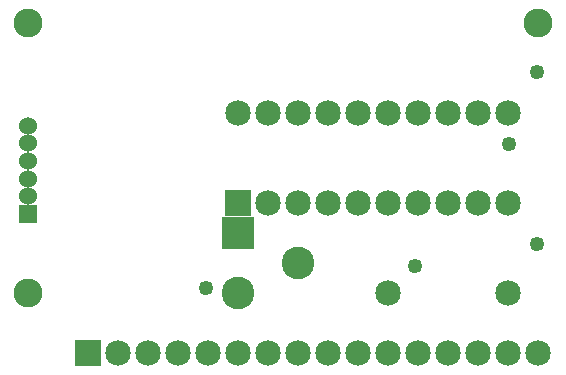
<source format=gts>
G04 MADE WITH FRITZING*
G04 WWW.FRITZING.ORG*
G04 DOUBLE SIDED*
G04 HOLES PLATED*
G04 CONTOUR ON CENTER OF CONTOUR VECTOR*
%ASAXBY*%
%FSLAX23Y23*%
%MOIN*%
%OFA0B0*%
%SFA1.0B1.0*%
%ADD10C,0.085000*%
%ADD11C,0.109000*%
%ADD12C,0.096614*%
%ADD13C,0.060000*%
%ADD14C,0.049370*%
%ADD15R,0.085000X0.085000*%
%ADD16R,0.109000X0.109000*%
%ADD17R,0.001000X0.001000*%
%LNMASK1*%
G90*
G70*
G54D10*
X802Y578D03*
X802Y878D03*
X902Y578D03*
X902Y878D03*
X1002Y578D03*
X1002Y878D03*
X1102Y578D03*
X1102Y878D03*
X1202Y578D03*
X1202Y878D03*
X1302Y578D03*
X1302Y878D03*
X1402Y578D03*
X1402Y878D03*
X1502Y578D03*
X1502Y878D03*
X1602Y578D03*
X1602Y878D03*
X1702Y578D03*
X1702Y878D03*
X1702Y278D03*
X1302Y278D03*
G54D11*
X802Y278D03*
X802Y478D03*
X1002Y378D03*
G54D12*
X102Y1178D03*
X1802Y1178D03*
X102Y278D03*
G54D13*
X102Y542D03*
X102Y601D03*
X102Y660D03*
X102Y719D03*
X102Y778D03*
X102Y837D03*
X102Y542D03*
X102Y601D03*
X102Y660D03*
X102Y719D03*
X102Y778D03*
X102Y837D03*
G54D10*
X302Y78D03*
X402Y78D03*
X502Y78D03*
X602Y78D03*
X702Y78D03*
X802Y78D03*
X902Y78D03*
X1002Y78D03*
X1102Y78D03*
X1202Y78D03*
X1302Y78D03*
X1402Y78D03*
X1502Y78D03*
X1602Y78D03*
X1702Y78D03*
X1802Y78D03*
G54D14*
X1392Y369D03*
X1800Y1017D03*
X696Y297D03*
X1800Y441D03*
X1704Y777D03*
G54D15*
X802Y578D03*
G54D16*
X802Y478D03*
G54D15*
X302Y78D03*
G54D17*
X72Y572D02*
X131Y572D01*
X72Y571D02*
X131Y571D01*
X72Y570D02*
X131Y570D01*
X72Y569D02*
X131Y569D01*
X72Y568D02*
X131Y568D01*
X72Y567D02*
X131Y567D01*
X72Y566D02*
X131Y566D01*
X72Y565D02*
X131Y565D01*
X72Y564D02*
X131Y564D01*
X72Y563D02*
X131Y563D01*
X72Y562D02*
X131Y562D01*
X72Y561D02*
X131Y561D01*
X72Y560D02*
X131Y560D01*
X72Y559D02*
X131Y559D01*
X72Y558D02*
X131Y558D01*
X72Y557D02*
X131Y557D01*
X72Y556D02*
X131Y556D01*
X72Y555D02*
X131Y555D01*
X72Y554D02*
X131Y554D01*
X72Y553D02*
X98Y553D01*
X106Y553D02*
X131Y553D01*
X72Y552D02*
X95Y552D01*
X108Y552D02*
X131Y552D01*
X72Y551D02*
X94Y551D01*
X110Y551D02*
X131Y551D01*
X72Y550D02*
X93Y550D01*
X111Y550D02*
X131Y550D01*
X72Y549D02*
X92Y549D01*
X111Y549D02*
X131Y549D01*
X72Y548D02*
X92Y548D01*
X112Y548D02*
X131Y548D01*
X72Y547D02*
X91Y547D01*
X112Y547D02*
X131Y547D01*
X72Y546D02*
X91Y546D01*
X112Y546D02*
X131Y546D01*
X72Y545D02*
X91Y545D01*
X113Y545D02*
X131Y545D01*
X72Y544D02*
X91Y544D01*
X113Y544D02*
X131Y544D01*
X72Y543D02*
X90Y543D01*
X113Y543D02*
X131Y543D01*
X72Y542D02*
X90Y542D01*
X113Y542D02*
X131Y542D01*
X72Y541D02*
X91Y541D01*
X113Y541D02*
X131Y541D01*
X72Y540D02*
X91Y540D01*
X113Y540D02*
X131Y540D01*
X72Y539D02*
X91Y539D01*
X112Y539D02*
X131Y539D01*
X72Y538D02*
X91Y538D01*
X112Y538D02*
X131Y538D01*
X72Y537D02*
X92Y537D01*
X112Y537D02*
X131Y537D01*
X72Y536D02*
X92Y536D01*
X111Y536D02*
X131Y536D01*
X72Y535D02*
X93Y535D01*
X110Y535D02*
X131Y535D01*
X72Y534D02*
X94Y534D01*
X109Y534D02*
X131Y534D01*
X72Y533D02*
X96Y533D01*
X107Y533D02*
X131Y533D01*
X72Y532D02*
X131Y532D01*
X72Y531D02*
X131Y531D01*
X72Y530D02*
X131Y530D01*
X72Y529D02*
X131Y529D01*
X72Y528D02*
X131Y528D01*
X72Y527D02*
X131Y527D01*
X72Y526D02*
X131Y526D01*
X72Y525D02*
X131Y525D01*
X72Y524D02*
X131Y524D01*
X72Y523D02*
X131Y523D01*
X72Y522D02*
X131Y522D01*
X72Y521D02*
X131Y521D01*
X72Y520D02*
X131Y520D01*
X72Y519D02*
X131Y519D01*
X72Y518D02*
X131Y518D01*
X72Y517D02*
X131Y517D01*
X72Y516D02*
X131Y516D01*
X72Y515D02*
X131Y515D01*
X72Y514D02*
X131Y514D01*
X72Y513D02*
X131Y513D01*
D02*
G04 End of Mask1*
M02*
</source>
